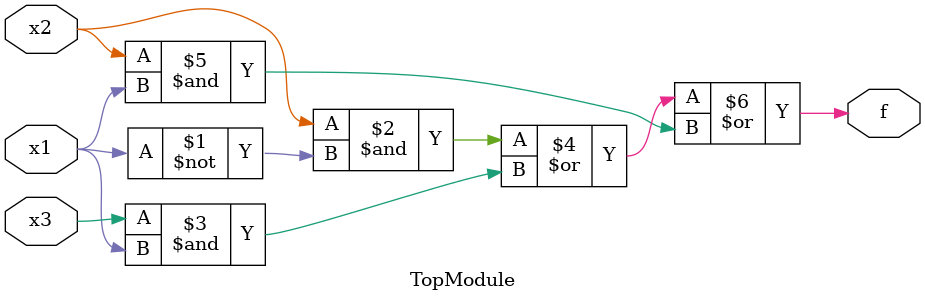
<source format=sv>
module TopModule(
    input logic x3,
    input logic x2,
    input logic x1,
    output logic f
);

    assign f = (x2 & ~x1) | (x3 & x1) | (x2 & x1);

endmodule
</source>
